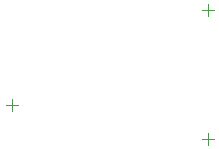
<source format=gbr>
G04*
G04 #@! TF.GenerationSoftware,Altium Limited,Altium Designer,24.2.2 (26)*
G04*
G04 Layer_Color=0*
%FSLAX44Y44*%
%MOMM*%
G71*
G04*
G04 #@! TF.SameCoordinates,D1F85D35-12B9-47B7-842E-F7ABDB1EEA32*
G04*
G04*
G04 #@! TF.FilePolarity,Positive*
G04*
G01*
G75*
%ADD16C,0.1000*%
D16*
X260000Y944000D02*
Y954000D01*
X255000Y949000D02*
X265000D01*
X426025Y1024378D02*
Y1034378D01*
X421025Y1029378D02*
X431025D01*
X426000Y915000D02*
Y925000D01*
X421000Y920000D02*
X431000D01*
M02*

</source>
